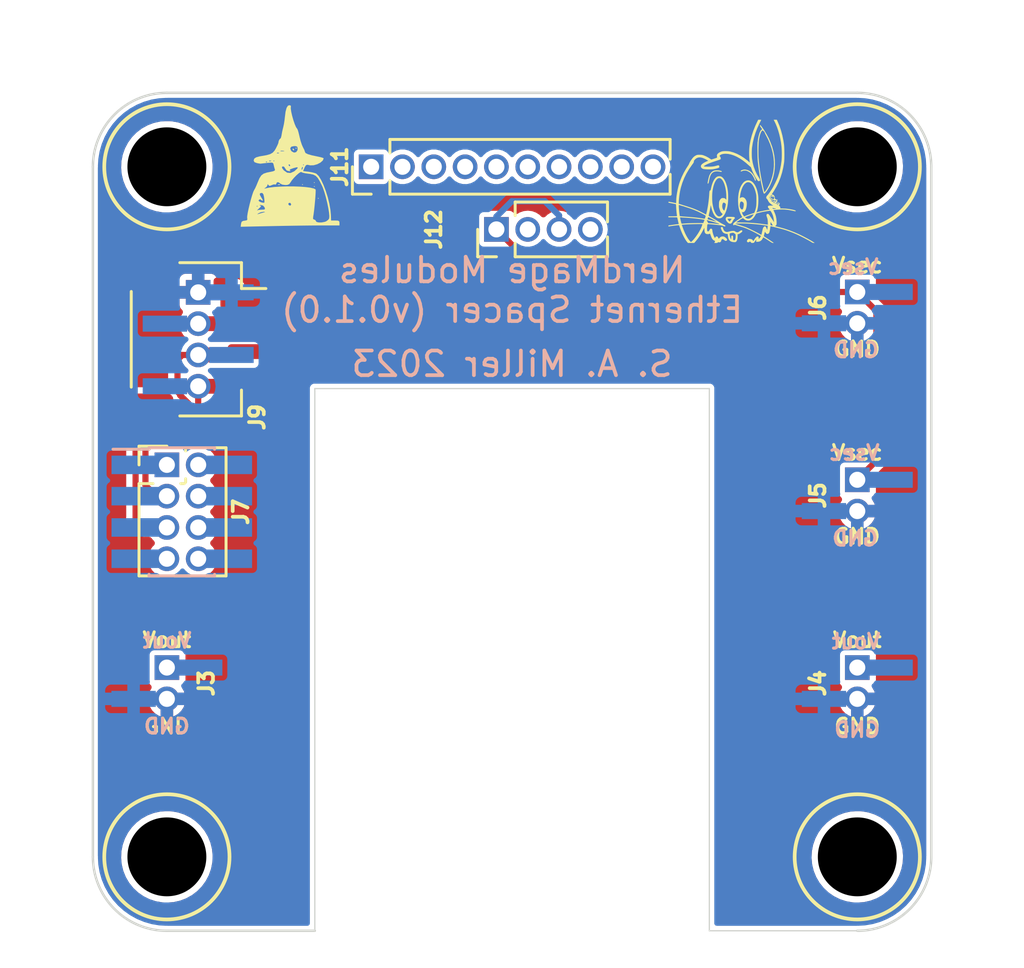
<source format=kicad_pcb>
(kicad_pcb (version 20211014) (generator pcbnew)
  (title_block (title "Ethernet Spacer") (rev "0.1.0") (company "The Nerd Mage"))
  (layers (0 "F.Cu" signal) (31 "B.Cu" signal) (34 "B.Paste" user) (35 "F.Paste" user) (36 "B.SilkS" user "B.Silkscreen") (37 "F.SilkS" user "F.Silkscreen") (38 "B.Mask" user) (39 "F.Mask" user) (44 "Edge.Cuts" user))
  (net 0 "")
  (net 1 "Vsec")
  (net 4 "SDA")
  (net 5 "SCL")
  (net 6 "RESET")
  (net 7 "ATTACH")
  (net 8 "POWER_OK2")
  (net 9 "POWER_OK3")
  (net 10 "ALERT")
  (net 11 "GPIO")
  (net 12 "Vcc?")
  (net 13 "RCT")
  (net 14 "TCT")
  (net 15 "TD+")
  (net 16 "C-GRN")
  (net 17 "C-YEL")
  (net 18 "VB2")
  (net 19 "VA2")
  (net 20 "RD-")
  (net 21 "RD+")
  (net 22 "VB1")
  (net 23 "VA1")
  (net 24 "GND")
  (net 25 "TD-")
  (footprint "Tinker:Mount" (layer "F.Cu") (at 114 114)
    (fp_text reference "REF**" hide)
    (fp_text value "Mount" hide)
    (pad "" np_thru_hole circle (at 0 0) (size 3.2 3.2) (drill 3.2) (layers *.Mask))
  )
  (footprint "Tinker:QWIIC_Stack_II" (layer "F.Cu") (at 87.27 93 -90)
    (fp_text reference "J9" (at 3.158643 -2.390416 90) (layer "F.SilkS") (effects (font (size 0.6 0.6))))
    (fp_text value "QWIIC_Stackable")
    (pad "1" smd rect (at -1.905 -1.35) (size 1.8 0.65) (layers "B.Cu" "B.Paste" "B.Mask") (net 24 "GND"))
    (pad "1" smd roundrect (at -1.5 -1.97 270) (size 0.6 1.55) (layers "F.Cu" "F.Paste" "F.Mask") (net 24 "GND"))
    (pad "1" thru_hole rect (at -1.905 0) (size 1 1) (drill 0.65) (layers *.Cu *.Mask) (net 24 "GND"))
    (pad "1" smd roundrect (at -1.905 -0.877656 270) (size 0.6 1.55) (layers "F.Cu" "F.Paste" "F.Mask") (net 24 "GND"))
    (pad "2" smd roundrect (at -0.5 -1.97 270) (size 0.6 1.55) (layers "F.Cu" "F.Paste" "F.Mask") (net 12 "Vcc?"))
    (pad "2" smd rect (at -0.635 1.35) (size 1.8 0.65) (layers "B.Cu" "B.Paste" "B.Mask") (net 12 "Vcc?"))
    (pad "2" thru_hole oval (at -0.635 0) (size 1 1) (drill 0.65) (layers *.Cu *.Mask) (net 12 "Vcc?"))
    (pad "2" smd roundrect (at -0.635 -0.877656 270) (size 0.6 1.55) (layers "F.Cu" "F.Paste" "F.Mask") (net 12 "Vcc?"))
    (pad "3" smd rect (at 0.635 -1.35) (size 1.8 0.65) (layers "B.Cu" "B.Paste" "B.Mask") (net 4 "SDA"))
    (pad "3" smd roundrect (at 0.5 -1.97 270) (size 0.6 1.55) (layers "F.Cu" "F.Paste" "F.Mask") (net 4 "SDA"))
    (pad "3" thru_hole oval (at 0.635 0) (size 1 1) (drill 0.65) (layers *.Cu *.Mask) (net 4 "SDA"))
    (pad "3" smd roundrect (at 0.635 -0.877656 270) (size 0.6 1.55) (layers "F.Cu" "F.Paste" "F.Mask") (net 4 "SDA"))
    (pad "4" smd rect (at 1.905 1.35) (size 1.8 0.65) (layers "B.Cu" "B.Paste" "B.Mask") (net 5 "SCL"))
    (pad "4" thru_hole oval (at 1.905 0) (size 1 1) (drill 0.65) (layers *.Cu *.Mask) (net 5 "SCL"))
    (pad "4" smd roundrect (at 1.5 -1.97 270) (size 0.6 1.55) (layers "F.Cu" "F.Paste" "F.Mask") (net 5 "SCL"))
    (pad "4" smd roundrect (at 1.905 -0.877656 270) (size 0.6 1.55) (layers "F.Cu" "F.Paste" "F.Mask") (net 5 "SCL"))
    (pad "MP" smd roundrect (at -2.8 1.905 270) (size 1.2 1.8) (layers "F.Cu" "F.Paste" "F.Mask") (roundrect_rratio 0.208333) (net 24 "GND"))
    (pad "MP" smd roundrect (at 2.8 1.905 270) (size 1.2 1.8) (layers "F.Cu" "F.Paste" "F.Mask") (roundrect_rratio 0.208333) (net 24 "GND"))
  )
  (footprint "Tinker:PinHeader_2x04_P1.27mm_Vertical" (layer "F.Cu") (at 86 98.095)
    (fp_text reference "J7" (at 3 1.905 90) (layer "F.SilkS") (effects (font (size 0.6 0.6))))
    (fp_text value "Conn_01x08_Male" hide)
    (pad "1" smd rect (at -1.195 0) (size 2.1 0.75) (layers "B.Cu" "B.Paste" "B.Mask") (net 6 "RESET"))
    (pad "1" thru_hole rect (at 0 0) (size 1 1) (drill 0.65) (layers *.Cu *.Mask) (net 6 "RESET"))
    (pad "2" smd rect (at 2.405 0) (size 2.1 0.75) (layers "B.Cu" "B.Paste" "B.Mask") (net 7 "ATTACH"))
    (pad "2" thru_hole oval (at 1.27 0) (size 1 1) (drill 0.65) (layers *.Cu *.Mask) (net 7 "ATTACH"))
    (pad "3" smd rect (at -1.195 1.27) (size 2.1 0.75) (layers "B.Cu" "B.Paste" "B.Mask") (net 5 "SCL"))
    (pad "3" thru_hole oval (at 0 1.27) (size 1 1) (drill 0.65) (layers *.Cu *.Mask) (net 5 "SCL"))
    (pad "4" thru_hole oval (at 1.27 1.27) (size 1 1) (drill 0.65) (layers *.Cu *.Mask) (net 8 "POWER_OK2"))
    (pad "4" smd rect (at 2.405 1.27) (size 2.1 0.75) (layers "B.Cu" "B.Paste" "B.Mask") (net 8 "POWER_OK2"))
    (pad "5" thru_hole oval (at 0 2.54) (size 1 1) (drill 0.65) (layers *.Cu *.Mask) (net 4 "SDA"))
    (pad "5" smd rect (at -1.195 2.54) (size 2.1 0.75) (layers "B.Cu" "B.Paste" "B.Mask") (net 4 "SDA"))
    (pad "6" smd rect (at 2.405 2.54) (size 2.1 0.75) (layers "B.Cu" "B.Paste" "B.Mask") (net 9 "POWER_OK3"))
    (pad "6" thru_hole oval (at 1.27 2.54) (size 1 1) (drill 0.65) (layers *.Cu *.Mask) (net 9 "POWER_OK3"))
    (pad "7" smd rect (at -1.195 3.81) (size 2.1 0.75) (layers "B.Cu" "B.Paste" "B.Mask") (net 10 "ALERT"))
    (pad "7" thru_hole oval (at 0 3.81) (size 1 1) (drill 0.65) (layers *.Cu *.Mask) (net 10 "ALERT"))
    (pad "8" thru_hole oval (at 1.27 3.81) (size 1 1) (drill 0.65) (layers *.Cu *.Mask) (net 11 "GPIO"))
    (pad "8" smd rect (at 2.405 3.81) (size 2.1 0.75) (layers "B.Cu" "B.Paste" "B.Mask") (net 11 "GPIO"))
  )
  (footprint "Tinker:Mount" (layer "F.Cu") (at 86 114)
    (fp_text reference "REF**" hide)
    (fp_text value "Mount" hide)
    (pad "" np_thru_hole circle (at 0 0) (size 3.2 3.2) (drill 3.2) (layers *.Mask))
  )
  (footprint "Tinker:DagNabbit" (layer "F.Cu") (at 109.037169 87.226251)
    (fp_text reference "REF**" hide)
    (fp_text value "DagNabbit" hide)
  )
  (footprint "Tinker:Board_Stacker_2" (layer "F.Cu") (at 114 106.32)
    (fp_text reference "J4" (at -1.6 0.635 90) (layer "F.SilkS") (effects (font (size 0.6 0.6))))
    (fp_text value "Conn_01x02_Male")
    (pad "1" thru_hole rect (at 0 0) (size 1 1) (drill 0.65) (layers *.Cu *.Mask))
    (pad "1" smd rect (at 1.35 0) (size 1.8 0.65) (layers "B.Cu" "B.Paste" "B.Mask"))
    (pad "2" thru_hole oval (at 0 1.27) (size 1 1) (drill 0.65) (layers *.Cu *.Mask) (net 24 "GND"))
    (pad "2" smd rect (at -1.35 1.27) (size 1.8 0.65) (layers "B.Cu" "B.Paste" "B.Mask") (net 24 "GND"))
  )
  (footprint "Tinker:Mount" (layer "F.Cu") (at 114 86)
    (fp_text reference "REF**" hide)
    (fp_text value "Mount" hide)
    (pad "" np_thru_hole circle (at 0 0) (size 3.2 3.2) (drill 3.2) (layers *.Mask))
  )
  (footprint "Tinker:Board_Stacker_2" (layer "F.Cu") (at 86 106.32)
    (fp_text reference "J3" (at 1.6 0.635 90) (layer "F.SilkS") (effects (font (size 0.6 0.6))))
    (fp_text value "Conn_01x02_Male")
    (pad "1" smd rect (at 1.35 0) (size 1.8 0.65) (layers "B.Cu" "B.Paste" "B.Mask"))
    (pad "1" thru_hole rect (at 0 0) (size 1 1) (drill 0.65) (layers *.Cu *.Mask))
    (pad "2" smd rect (at -1.35 1.27) (size 1.8 0.65) (layers "B.Cu" "B.Paste" "B.Mask") (net 24 "GND"))
    (pad "2" thru_hole oval (at 0 1.27) (size 1 1) (drill 0.65) (layers *.Cu *.Mask) (net 24 "GND"))
  )
  (footprint "Tinker:Board_Stacker_2" (layer "F.Cu") (at 114 91.08)
    (fp_text reference "J6" (at -1.6 0.635 90) (layer "F.SilkS") (effects (font (size 0.6 0.6))))
    (fp_text value "Conn_01x02_Male")
    (pad "1" thru_hole rect (at 0 0) (size 1 1) (drill 0.65) (layers *.Cu *.Mask) (net 1 "Vsec"))
    (pad "1" smd rect (at 1.35 0) (size 1.8 0.65) (layers "B.Cu" "B.Paste" "B.Mask") (net 1 "Vsec"))
    (pad "2" smd rect (at -1.35 1.27) (size 1.8 0.65) (layers "B.Cu" "B.Paste" "B.Mask") (net 24 "GND"))
    (pad "2" thru_hole oval (at 0 1.27) (size 1 1) (drill 0.65) (layers *.Cu *.Mask) (net 24 "GND"))
  )
  (footprint "Tinker:Board_Stacker_2" (layer "F.Cu") (at 114 98.7)
    (fp_text reference "J5" (at -1.6 0.635 90) (layer "F.SilkS") (effects (font (size 0.6 0.6))))
    (fp_text value "Conn_01x02_Male")
    (pad "1" smd rect (at 1.35 0) (size 1.8 0.65) (layers "B.Cu" "B.Paste" "B.Mask") (net 1 "Vsec"))
    (pad "1" thru_hole rect (at 0 0) (size 1 1) (drill 0.65) (layers *.Cu *.Mask) (net 1 "Vsec"))
    (pad "2" thru_hole oval (at 0 1.27) (size 1 1) (drill 0.65) (layers *.Cu *.Mask) (net 24 "GND"))
    (pad "2" smd rect (at -1.35 1.27) (size 1.8 0.65) (layers "B.Cu" "B.Paste" "B.Mask") (net 24 "GND"))
  )
  (footprint "Tinker:PinHeader_1x04_P1.27mm_Vertical" (layer "F.Cu") (at 99.365 88.54 90)
    (fp_text reference "J12" (at 0 -2.54 90) (layer "F.SilkS") (effects (font (size 0.6 0.6))))
    (fp_text value "Conn_01x04_Male")
    (pad "1" thru_hole rect (at 0 0 90) (size 1 1) (drill 0.65) (layers *.Cu *.Mask) (net 1 "Vsec"))
    (pad "2" thru_hole oval (at 0 1.27 90) (size 1 1) (drill 0.65) (layers *.Cu *.Mask) (net 16 "C-GRN"))
    (pad "3" thru_hole oval (at 0 2.54 90) (size 1 1) (drill 0.65) (layers *.Cu *.Mask) (net 1 "Vsec"))
    (pad "4" thru_hole oval (at 0 3.81 90) (size 1 1) (drill 0.65) (layers *.Cu *.Mask) (net 17 "C-YEL"))
  )
  (footprint "Tinker:Mount" (layer "F.Cu") (at 86 86)
    (fp_text reference "REF**" hide)
    (fp_text value "Mount" hide)
    (pad "" np_thru_hole circle (at 0 0) (size 3.2 3.2) (drill 3.2) (layers *.Mask))
  )
  (footprint "Tinker:NerdMage" (layer "F.Cu") (at 91 85.9)
    (fp_text reference "G***" hide)
    (fp_text value "LOGO" hide)
  )
  (footprint "Tinker:PinHeader_1x10_P1.27mm_Vertical" (layer "F.Cu") (at 94.285 86 90)
    (fp_text reference "J11" (at 0 -1.27 90) (layer "F.SilkS") (effects (font (size 0.6 0.6))))
    (fp_text value "Conn_01x10_Male")
    (pad "1" thru_hole rect (at 0 0 90) (size 1 1) (drill 0.65) (layers *.Cu *.Mask) (net 18 "VB2"))
    (pad "2" thru_hole oval (at 0 1.27 90) (size 1 1) (drill 0.65) (layers *.Cu *.Mask) (net 19 "VA2"))
    (pad "3" thru_hole oval (at 0 2.54 90) (size 1 1) (drill 0.65) (layers *.Cu *.Mask) (net 13 "RCT"))
    (pad "4" thru_hole oval (at 0 3.81 90) (size 1 1) (drill 0.65) (layers *.Cu *.Mask) (net 21 "RD+"))
    (pad "5" thru_hole oval (at 0 5.08 90) (size 1 1) (drill 0.65) (layers *.Cu *.Mask) (net 20 "RD-"))
    (pad "6" thru_hole oval (at 0 6.35 90) (size 1 1) (drill 0.65) (layers *.Cu *.Mask) (net 22 "VB1"))
    (pad "7" thru_hole oval (at 0 7.62 90) (size 1 1) (drill 0.65) (layers *.Cu *.Mask) (net 23 "VA1"))
    (pad "8" thru_hole oval (at 0 8.89 90) (size 1 1) (drill 0.65) (layers *.Cu *.Mask) (net 15 "TD+"))
    (pad "9" thru_hole oval (at 0 10.16 90) (size 1 1) (drill 0.65) (layers *.Cu *.Mask) (net 25 "TD-"))
    (pad "10" thru_hole oval (at 0 11.43 90) (size 1 1) (drill 0.65) (layers *.Cu *.Mask) (net 14 "TCT"))
  )
  (gr_line (start 92 117) (end 92 95) (layer "Edge.Cuts") (width 0.05))
  (gr_line (start 117 86) (end 117 114) (layer "Edge.Cuts") (width 0.1))
  (gr_line (start 108 95) (end 108 117) (layer "Edge.Cuts") (width 0.05))
  (gr_arc (start 86 117) (mid 83.87868 116.12132) (end 83 114) (layer "Edge.Cuts") (width 0.1))
  (gr_arc (start 83 86) (mid 83.87868 83.87868) (end 86 83) (layer "Edge.Cuts") (width 0.1))
  (gr_line (start 92 95) (end 108 95) (layer "Edge.Cuts") (width 0.05))
  (gr_line (start 86 83) (end 114 83) (layer "Edge.Cuts") (width 0.1))
  (gr_line (start 114 117) (end 108 117) (layer "Edge.Cuts") (width 0.05))
  (gr_line (start 83 114) (end 83 86) (layer "Edge.Cuts") (width 0.1))
  (gr_arc (start 114 83) (mid 116.12132 83.87868) (end 117 86) (layer "Edge.Cuts") (width 0.1))
  (gr_line (start 86 117) (end 92 117) (layer "Edge.Cuts") (width 0.1))
  (gr_arc (start 117 114) (mid 116.12132 116.12132) (end 114 117) (layer "Edge.Cuts") (width 0.1))
  (gr_text "NerdMage Modules\n${TITLE} (v${REVISION})" (at 100 91) (layer "B.SilkS") (effects (font (size 1 1)) (justify mirror)))
  (gr_text "GND" (at 113.911636 101.079492) (layer "B.SilkS") (effects (font (size 0.6 0.6) (thickness 0.125)) (justify mirror)))
  (gr_text "GND" (at 85.995908 108.702728) (layer "B.SilkS") (effects (font (size 0.6 0.6) (thickness 0.125)) (justify mirror)))
  (gr_text "Vout" (at 113.950572 105.258488) (layer "B.SilkS") (effects (font (size 0.6 0.6) (thickness 0.125)) (justify mirror)))
  (gr_text "GND" (at 113.946688 93.440074) (layer "B.SilkS") (effects (font (size 0.6 0.6) (thickness 0.125)) (justify mirror)))
  (gr_text "S. A. Miller 2023" (at 100 94) (layer "B.SilkS") (effects (font (size 1 1)) (justify mirror)))
  (gr_text "Vsec" (at 113.872799 97.603635) (layer "B.SilkS") (effects (font (size 0.6 0.6) (thickness 0.125)) (justify mirror)))
  (gr_text "Vsec" (at 113.830179 90.061308) (layer "B.SilkS") (effects (font (size 0.6 0.6) (thickness 0.125)) (justify mirror)))
  (gr_text "GND" (at 113.997176 108.84697) (layer "B.SilkS") (effects (font (size 0.6 0.6) (thickness 0.125)) (justify mirror)))
  (gr_text "Vout" (at 86.009393 105.223635) (layer "B.SilkS") (effects (font (size 0.6 0.6) (thickness 0.125)) (justify mirror)))
  (gr_text "Vout" (at 114 105.2) (layer "F.SilkS") (effects (font (size 0.6 0.6) (thickness 0.125))))
  (gr_text "GND" (at 114 93.4) (layer "F.SilkS") (effects (font (size 0.6 0.6) (thickness 0.125))))
  (gr_text "GND" (at 114 101) (layer "F.SilkS") (effects (font (size 0.6 0.6) (thickness 0.125))))
  (gr_text "GND" (at 114 108.7) (layer "F.SilkS") (effects (font (size 0.6 0.6) (thickness 0.125))))
  (gr_text "GND" (at 86 108.7) (layer "F.SilkS") (effects (font (size 0.6 0.6) (thickness 0.125))))
  (gr_text "Vsec" (at 114 97.6) (layer "F.SilkS") (effects (font (size 0.6 0.6) (thickness 0.125))))
  (gr_text "Vout" (at 86 105.2) (layer "F.SilkS") (effects (font (size 0.6 0.6) (thickness 0.125))))
  (gr_text "Vsec" (at 114 90) (layer "F.SilkS") (effects (font (size 0.6 0.6) (thickness 0.125))))
  (segment (start 101.905 91.08) (end 114 91.08) (width 0.25) (layer "F.Cu") (net 1))
  (segment (start 99.365 88.54) (end 101.905 91.08) (width 0.25) (layer "F.Cu") (net 1))
  (segment (start 114 98.7) (end 114.775 97.925) (width 0.25) (layer "F.Cu") (net 1))
  (segment (start 114.775 97.925) (end 114.775 91.855) (width 0.25) (layer "F.Cu") (net 1))
  (segment (start 114.775 91.855) (end 114 91.08) (width 0.25) (layer "F.Cu") (net 1))
  (segment (start 101.905 88.54) (end 101.905 87.973099) (width 0.25) (layer "B.Cu") (net 1))
  (segment (start 101.905 87.973099) (end 101.329241 87.39734) (width 0.25) (layer "B.Cu") (net 1))
  (segment (start 99.365 88.020399) (end 99.365 88.54) (width 0.25) (layer "B.Cu") (net 1))
  (segment (start 99.988059 87.39734) (end 99.365 88.020399) (width 0.25) (layer "B.Cu") (net 1))
  (segment (start 101.329241 87.39734) (end 99.988059 87.39734) (width 0.25) (layer "B.Cu") (net 1))
  (segment (start 86.54 95.271016) (end 86.54 95.232538) (width 0.25) (layer "F.Cu") (net 4))
  (segment (start 86.87 96.328789) (end 86.87 95.601016) (width 0.25) (layer "F.Cu") (net 4))
  (segment (start 86.430549 95.123087) (end 86.430549 93.828541) (width 0.25) (layer "F.Cu") (net 4))
  (segment (start 86.87 95.601016) (end 86.54 95.271016) (width 0.25) (layer "F.Cu") (net 4))
  (segment (start 85.107112 100.635) (end 84.731371 100.259259) (width 0.25) (layer "F.Cu") (net 4))
  (segment (start 86.473804 96.724985) (end 86.87 96.328789) (width 0.25) (layer "F.Cu") (net 4))
  (segment (start 85.276179 96.724985) (end 86.473804 96.724985) (width 0.25) (layer "F.Cu") (net 4))
  (segment (start 86.62409 93.635) (end 87.27 93.635) (width 0.25) (layer "F.Cu") (net 4))
  (segment (start 84.731371 100.259259) (end 84.731371 97.269793) (width 0.25) (layer "F.Cu") (net 4))
  (segment (start 86.430549 93.828541) (end 86.62409 93.635) (width 0.25) (layer "F.Cu") (net 4))
  (segment (start 86.03 100.635) (end 85.107112 100.635) (width 0.25) (layer "F.Cu") (net 4))
  (segment (start 84.731371 97.269793) (end 85.276179 96.724985) (width 0.25) (layer "F.Cu") (net 4))
  (segment (start 86.54 95.232538) (end 86.430549 95.123087) (width 0.25) (layer "F.Cu") (net 4))
  (segment (start 86.578692 97.199946) (end 85.373966 97.199946) (width 0.25) (layer "F.Cu") (net 5))
  (segment (start 85.131371 98.927045) (end 85.513661 99.309335) (width 0.25) (layer "F.Cu") (net 5))
  (segment (start 87.27 94.905) (end 87.27 96.508638) (width 0.25) (layer "F.Cu") (net 5))
  (segment (start 85.373966 97.199946) (end 85.131371 97.442541) (width 0.25) (layer "F.Cu") (net 5))
  (segment (start 85.131371 97.442541) (end 85.131371 98.927045) (width 0.25) (layer "F.Cu") (net 5))
  (segment (start 87.27 96.508638) (end 86.578692 97.199946) (width 0.25) (layer "F.Cu") (net 5))
  (zone (net 24) (net_name "GND") (layer "F.Cu") (connect_pads (clearance 0.254)) (min_thickness 0.254) (fill yes (thermal_gap 0.254) (thermal_bridge_width 0.508))
    (polygon (pts (xy 118.582229 117.809465) (xy 81.651499 117.809467) (xy 81.651498 82.584881) (xy 118.582228 82.584879)))
  )
  (zone (net 24) (net_name "GND") (layer "B.Cu") (connect_pads (clearance 0.2)) (min_thickness 0.2) (fill yes (thermal_gap 0.254) (thermal_bridge_width 0.508))
    (polygon (pts (xy 119.380001 118.507005) (xy 80.682697 118.507005) (xy 80.682697 82.09421) (xy 119.380001 82.09421)))
  )
)
</source>
